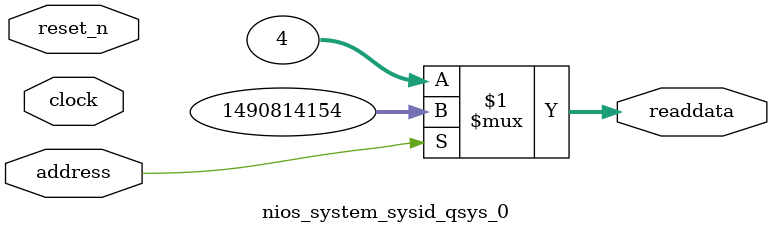
<source format=v>



// synthesis translate_off
`timescale 1ns / 1ps
// synthesis translate_on

// turn off superfluous verilog processor warnings 
// altera message_level Level1 
// altera message_off 10034 10035 10036 10037 10230 10240 10030 

module nios_system_sysid_qsys_0 (
               // inputs:
                address,
                clock,
                reset_n,

               // outputs:
                readdata
             )
;

  output  [ 31: 0] readdata;
  input            address;
  input            clock;
  input            reset_n;

  wire    [ 31: 0] readdata;
  //control_slave, which is an e_avalon_slave
  assign readdata = address ? 1490814154 : 4;

endmodule




</source>
